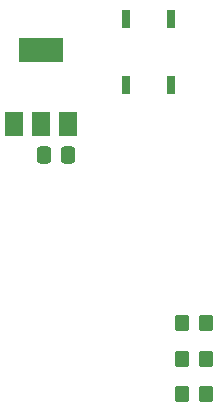
<source format=gtp>
G04 #@! TF.GenerationSoftware,KiCad,Pcbnew,7.0.1*
G04 #@! TF.CreationDate,2023-04-24T18:26:11+10:00*
G04 #@! TF.ProjectId,phi,7068692e-6b69-4636-9164-5f7063625858,rev?*
G04 #@! TF.SameCoordinates,Original*
G04 #@! TF.FileFunction,Paste,Top*
G04 #@! TF.FilePolarity,Positive*
%FSLAX46Y46*%
G04 Gerber Fmt 4.6, Leading zero omitted, Abs format (unit mm)*
G04 Created by KiCad (PCBNEW 7.0.1) date 2023-04-24 18:26:11*
%MOMM*%
%LPD*%
G01*
G04 APERTURE LIST*
G04 Aperture macros list*
%AMRoundRect*
0 Rectangle with rounded corners*
0 $1 Rounding radius*
0 $2 $3 $4 $5 $6 $7 $8 $9 X,Y pos of 4 corners*
0 Add a 4 corners polygon primitive as box body*
4,1,4,$2,$3,$4,$5,$6,$7,$8,$9,$2,$3,0*
0 Add four circle primitives for the rounded corners*
1,1,$1+$1,$2,$3*
1,1,$1+$1,$4,$5*
1,1,$1+$1,$6,$7*
1,1,$1+$1,$8,$9*
0 Add four rect primitives between the rounded corners*
20,1,$1+$1,$2,$3,$4,$5,0*
20,1,$1+$1,$4,$5,$6,$7,0*
20,1,$1+$1,$6,$7,$8,$9,0*
20,1,$1+$1,$8,$9,$2,$3,0*%
G04 Aperture macros list end*
%ADD10RoundRect,0.250000X0.350000X0.450000X-0.350000X0.450000X-0.350000X-0.450000X0.350000X-0.450000X0*%
%ADD11R,1.500000X2.000000*%
%ADD12R,3.800000X2.000000*%
%ADD13RoundRect,0.250000X0.337500X0.475000X-0.337500X0.475000X-0.337500X-0.475000X0.337500X-0.475000X0*%
%ADD14R,0.762000X1.524000*%
%ADD15RoundRect,0.250000X-0.350000X-0.450000X0.350000X-0.450000X0.350000X0.450000X-0.350000X0.450000X0*%
G04 APERTURE END LIST*
D10*
X145977000Y-90729000D03*
X143977000Y-90729000D03*
X145977000Y-87681000D03*
X143977000Y-87681000D03*
D11*
X129723000Y-70867000D03*
X132023000Y-70867000D03*
D12*
X132023000Y-64567000D03*
D11*
X134323000Y-70867000D03*
D13*
X134330500Y-73457000D03*
X132255500Y-73457000D03*
D14*
X143046000Y-61943000D03*
X139236000Y-61943000D03*
X143046000Y-67531000D03*
X139236000Y-67531000D03*
D15*
X143977000Y-93679000D03*
X145977000Y-93679000D03*
M02*

</source>
